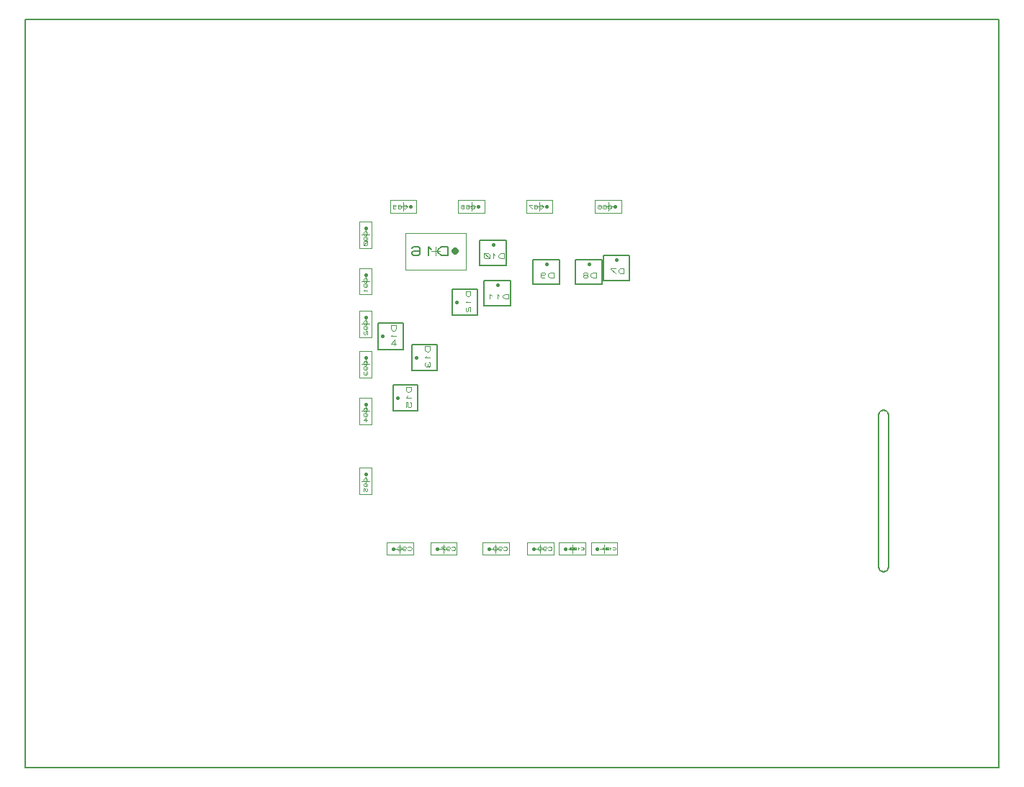
<source format=gbr>
G04 PROTEUS GERBER X2 FILE*
%TF.GenerationSoftware,Labcenter,Proteus,8.11-SP1-Build30228*%
%TF.CreationDate,2022-02-22T19:14:10+00:00*%
%TF.FileFunction,AssemblyDrawing,Bot*%
%TF.FilePolarity,Positive*%
%TF.Part,Single*%
%TF.SameCoordinates,{6c2897ae-c00c-46c9-bae6-367ef81e3b77}*%
%FSLAX45Y45*%
%MOMM*%
G01*
%TA.AperFunction,Profile*%
%ADD47C,0.203200*%
%TA.AperFunction,Material*%
%ADD51C,0.203200*%
%ADD161C,0.406400*%
%ADD162C,0.096520*%
%ADD136C,0.050000*%
%ADD163C,0.843280*%
%ADD164C,0.173330*%
%ADD137C,0.396240*%
%ADD138C,0.065780*%
%ADD165C,0.049340*%
%TD.AperFunction*%
D47*
X-4450000Y-1650000D02*
X+7000000Y-1650000D01*
X+7000000Y+7150000D01*
X-4450000Y+7150000D01*
X-4450000Y-1650000D01*
X+5641340Y+2554820D02*
X+5663332Y+2550509D01*
X+5681067Y+2538667D01*
X+5692909Y+2520932D01*
X+5697220Y+2498940D01*
X+5641340Y+2554820D02*
X+5619348Y+2550509D01*
X+5601613Y+2538667D01*
X+5589771Y+2520932D01*
X+5585460Y+2498940D01*
X+5641340Y+652360D02*
X+5619348Y+656671D01*
X+5601613Y+668513D01*
X+5589771Y+686248D01*
X+5585460Y+708240D01*
X+5641340Y+652360D02*
X+5663332Y+656671D01*
X+5681067Y+668513D01*
X+5692909Y+686248D01*
X+5697220Y+708240D01*
X+5585460Y+705700D02*
X+5585460Y+2498940D01*
X+5697220Y+2498940D02*
X+5697220Y+708240D01*
D51*
X+2020060Y+4033700D02*
X+2329940Y+4033700D01*
X+2329940Y+4325800D01*
X+2020060Y+4325800D01*
X+2020060Y+4033700D01*
D161*
X+2175000Y+4275000D02*
X+2175000Y+4275000D01*
D162*
X+2261868Y+4115234D02*
X+2261868Y+4173146D01*
X+2218434Y+4173146D01*
X+2196717Y+4153842D01*
X+2196717Y+4134538D01*
X+2218434Y+4115234D01*
X+2261868Y+4115234D01*
X+2153283Y+4144190D02*
X+2164142Y+4153842D01*
X+2164142Y+4163494D01*
X+2153283Y+4173146D01*
X+2120708Y+4173146D01*
X+2109849Y+4163494D01*
X+2109849Y+4153842D01*
X+2120708Y+4144190D01*
X+2153283Y+4144190D01*
X+2164142Y+4134538D01*
X+2164142Y+4124886D01*
X+2153283Y+4115234D01*
X+2120708Y+4115234D01*
X+2109849Y+4124886D01*
X+2109849Y+4134538D01*
X+2120708Y+4144190D01*
D51*
X+2345060Y+4083700D02*
X+2654940Y+4083700D01*
X+2654940Y+4375800D01*
X+2345060Y+4375800D01*
X+2345060Y+4083700D01*
D161*
X+2500000Y+4325000D02*
X+2500000Y+4325000D01*
D162*
X+2586868Y+4165234D02*
X+2586868Y+4223146D01*
X+2543434Y+4223146D01*
X+2521717Y+4203842D01*
X+2521717Y+4184538D01*
X+2543434Y+4165234D01*
X+2586868Y+4165234D01*
X+2489142Y+4223146D02*
X+2434849Y+4223146D01*
X+2434849Y+4213494D01*
X+2489142Y+4165234D01*
D51*
X+1520060Y+4033700D02*
X+1829940Y+4033700D01*
X+1829940Y+4325800D01*
X+1520060Y+4325800D01*
X+1520060Y+4033700D01*
D161*
X+1675000Y+4275000D02*
X+1675000Y+4275000D01*
D162*
X+1761868Y+4115234D02*
X+1761868Y+4173146D01*
X+1718434Y+4173146D01*
X+1696717Y+4153842D01*
X+1696717Y+4134538D01*
X+1718434Y+4115234D01*
X+1761868Y+4115234D01*
X+1609849Y+4153842D02*
X+1620708Y+4144190D01*
X+1653283Y+4144190D01*
X+1664142Y+4153842D01*
X+1664142Y+4163494D01*
X+1653283Y+4173146D01*
X+1620708Y+4173146D01*
X+1609849Y+4163494D01*
X+1609849Y+4124886D01*
X+1620708Y+4115234D01*
X+1653283Y+4115234D01*
D51*
X+895060Y+4258700D02*
X+1204940Y+4258700D01*
X+1204940Y+4550800D01*
X+895060Y+4550800D01*
X+895060Y+4258700D01*
D161*
X+1050000Y+4500000D02*
X+1050000Y+4500000D01*
D162*
X+1180302Y+4340234D02*
X+1180302Y+4398146D01*
X+1136868Y+4398146D01*
X+1115151Y+4378842D01*
X+1115151Y+4359538D01*
X+1136868Y+4340234D01*
X+1180302Y+4340234D01*
X+1071717Y+4378842D02*
X+1050000Y+4398146D01*
X+1050000Y+4340234D01*
X+1006566Y+4349886D02*
X+1006566Y+4388494D01*
X+995708Y+4398146D01*
X+952274Y+4398146D01*
X+941415Y+4388494D01*
X+941415Y+4349886D01*
X+952274Y+4340234D01*
X+995708Y+4340234D01*
X+1006566Y+4349886D01*
X+1006566Y+4340234D02*
X+941415Y+4398146D01*
D51*
X+945060Y+3783700D02*
X+1254940Y+3783700D01*
X+1254940Y+4075800D01*
X+945060Y+4075800D01*
X+945060Y+3783700D01*
D161*
X+1100000Y+4025000D02*
X+1100000Y+4025000D01*
D162*
X+1230302Y+3865234D02*
X+1230302Y+3923146D01*
X+1186868Y+3923146D01*
X+1165151Y+3903842D01*
X+1165151Y+3884538D01*
X+1186868Y+3865234D01*
X+1230302Y+3865234D01*
X+1121717Y+3903842D02*
X+1100000Y+3923146D01*
X+1100000Y+3865234D01*
X+1034849Y+3903842D02*
X+1013132Y+3923146D01*
X+1013132Y+3865234D01*
D51*
X+574200Y+3670060D02*
X+866300Y+3670060D01*
X+866300Y+3979940D01*
X+574200Y+3979940D01*
X+574200Y+3670060D01*
D161*
X+625000Y+3825000D02*
X+625000Y+3825000D01*
D162*
X+784766Y+3955302D02*
X+726854Y+3955302D01*
X+726854Y+3911868D01*
X+746158Y+3890151D01*
X+765462Y+3890151D01*
X+784766Y+3911868D01*
X+784766Y+3955302D01*
X+746158Y+3846717D02*
X+726854Y+3825000D01*
X+784766Y+3825000D01*
X+736506Y+3770708D02*
X+726854Y+3759849D01*
X+726854Y+3727274D01*
X+736506Y+3716415D01*
X+746158Y+3716415D01*
X+755810Y+3727274D01*
X+755810Y+3759849D01*
X+765462Y+3770708D01*
X+784766Y+3770708D01*
X+784766Y+3716415D01*
D51*
X+99200Y+3020060D02*
X+391300Y+3020060D01*
X+391300Y+3329940D01*
X+99200Y+3329940D01*
X+99200Y+3020060D01*
D161*
X+150000Y+3175000D02*
X+150000Y+3175000D01*
D162*
X+309766Y+3305302D02*
X+251854Y+3305302D01*
X+251854Y+3261868D01*
X+271158Y+3240151D01*
X+290462Y+3240151D01*
X+309766Y+3261868D01*
X+309766Y+3305302D01*
X+271158Y+3196717D02*
X+251854Y+3175000D01*
X+309766Y+3175000D01*
X+261506Y+3120708D02*
X+251854Y+3109849D01*
X+251854Y+3077274D01*
X+261506Y+3066415D01*
X+271158Y+3066415D01*
X+280810Y+3077274D01*
X+290462Y+3066415D01*
X+300114Y+3066415D01*
X+309766Y+3077274D01*
X+309766Y+3109849D01*
X+300114Y+3120708D01*
X+280810Y+3098991D02*
X+280810Y+3077274D01*
D51*
X-300800Y+3270060D02*
X-8700Y+3270060D01*
X-8700Y+3579940D01*
X-300800Y+3579940D01*
X-300800Y+3270060D01*
D161*
X-250000Y+3425000D02*
X-250000Y+3425000D01*
D162*
X-90234Y+3555302D02*
X-148146Y+3555302D01*
X-148146Y+3511868D01*
X-128842Y+3490151D01*
X-109538Y+3490151D01*
X-90234Y+3511868D01*
X-90234Y+3555302D01*
X-128842Y+3446717D02*
X-148146Y+3425000D01*
X-90234Y+3425000D01*
X-109538Y+3316415D02*
X-109538Y+3381566D01*
X-148146Y+3338132D01*
X-90234Y+3338132D01*
D51*
X-125800Y+2545060D02*
X+166300Y+2545060D01*
X+166300Y+2854940D01*
X-125800Y+2854940D01*
X-125800Y+2545060D01*
D161*
X-75000Y+2700000D02*
X-75000Y+2700000D01*
D162*
X+84766Y+2830302D02*
X+26854Y+2830302D01*
X+26854Y+2786868D01*
X+46158Y+2765151D01*
X+65462Y+2765151D01*
X+84766Y+2786868D01*
X+84766Y+2830302D01*
X+46158Y+2721717D02*
X+26854Y+2700000D01*
X+84766Y+2700000D01*
X+26854Y+2591415D02*
X+26854Y+2645708D01*
X+46158Y+2645708D01*
X+46158Y+2602274D01*
X+55810Y+2591415D01*
X+75114Y+2591415D01*
X+84766Y+2602274D01*
X+84766Y+2634849D01*
X+75114Y+2645708D01*
D136*
X+730000Y+4210000D02*
X+20000Y+4210000D01*
X+20000Y+4640000D01*
X+730000Y+4640000D01*
X+730000Y+4210000D01*
X+375000Y+4475000D02*
X+375000Y+4375000D01*
X+325000Y+4425000D02*
X+425000Y+4425000D01*
D163*
X+600000Y+4425000D02*
X+600000Y+4425000D01*
D164*
X+521674Y+4372998D02*
X+521674Y+4477001D01*
X+443672Y+4477001D01*
X+404671Y+4442333D01*
X+404671Y+4407666D01*
X+443672Y+4372998D01*
X+521674Y+4372998D01*
X+326669Y+4442333D02*
X+287668Y+4477001D01*
X+287668Y+4372998D01*
X+92663Y+4459667D02*
X+112164Y+4477001D01*
X+170665Y+4477001D01*
X+190166Y+4459667D01*
X+190166Y+4390332D01*
X+170665Y+4372998D01*
X+112164Y+4372998D01*
X+92663Y+4390332D01*
X+92663Y+4407666D01*
X+112164Y+4425000D01*
X+190166Y+4425000D01*
D136*
X+2560000Y+4875000D02*
X+2250000Y+4875000D01*
X+2250000Y+5025000D01*
X+2560000Y+5025000D01*
X+2560000Y+4875000D01*
X+2405000Y+5000000D02*
X+2405000Y+4900000D01*
X+2355000Y+4950000D02*
X+2455000Y+4950000D01*
D137*
X+2485000Y+4950000D02*
X+2485000Y+4950000D01*
D138*
X+2400752Y+4936842D02*
X+2408153Y+4930263D01*
X+2430357Y+4930263D01*
X+2445159Y+4943421D01*
X+2445159Y+4956579D01*
X+2430357Y+4969737D01*
X+2408153Y+4969737D01*
X+2400752Y+4963158D01*
X+2371147Y+4950000D02*
X+2378548Y+4956579D01*
X+2378548Y+4963158D01*
X+2371147Y+4969737D01*
X+2348943Y+4969737D01*
X+2341542Y+4963158D01*
X+2341542Y+4956579D01*
X+2348943Y+4950000D01*
X+2371147Y+4950000D01*
X+2378548Y+4943421D01*
X+2378548Y+4936842D01*
X+2371147Y+4930263D01*
X+2348943Y+4930263D01*
X+2341542Y+4936842D01*
X+2341542Y+4943421D01*
X+2348943Y+4950000D01*
X+2282332Y+4963158D02*
X+2289733Y+4969737D01*
X+2311937Y+4969737D01*
X+2319338Y+4963158D01*
X+2319338Y+4936842D01*
X+2311937Y+4930263D01*
X+2289733Y+4930263D01*
X+2282332Y+4936842D01*
X+2282332Y+4943421D01*
X+2289733Y+4950000D01*
X+2319338Y+4950000D01*
D136*
X+1750000Y+4875000D02*
X+1440000Y+4875000D01*
X+1440000Y+5025000D01*
X+1750000Y+5025000D01*
X+1750000Y+4875000D01*
X+1595000Y+5000000D02*
X+1595000Y+4900000D01*
X+1545000Y+4950000D02*
X+1645000Y+4950000D01*
D137*
X+1675000Y+4950000D02*
X+1675000Y+4950000D01*
D138*
X+1590752Y+4936842D02*
X+1598153Y+4930263D01*
X+1620357Y+4930263D01*
X+1635159Y+4943421D01*
X+1635159Y+4956579D01*
X+1620357Y+4969737D01*
X+1598153Y+4969737D01*
X+1590752Y+4963158D01*
X+1561147Y+4950000D02*
X+1568548Y+4956579D01*
X+1568548Y+4963158D01*
X+1561147Y+4969737D01*
X+1538943Y+4969737D01*
X+1531542Y+4963158D01*
X+1531542Y+4956579D01*
X+1538943Y+4950000D01*
X+1561147Y+4950000D01*
X+1568548Y+4943421D01*
X+1568548Y+4936842D01*
X+1561147Y+4930263D01*
X+1538943Y+4930263D01*
X+1531542Y+4936842D01*
X+1531542Y+4943421D01*
X+1538943Y+4950000D01*
X+1509338Y+4969737D02*
X+1472332Y+4969737D01*
X+1472332Y+4963158D01*
X+1509338Y+4930263D01*
D136*
X+950000Y+4875000D02*
X+640000Y+4875000D01*
X+640000Y+5025000D01*
X+950000Y+5025000D01*
X+950000Y+4875000D01*
X+795000Y+5000000D02*
X+795000Y+4900000D01*
X+745000Y+4950000D02*
X+845000Y+4950000D01*
D137*
X+875000Y+4950000D02*
X+875000Y+4950000D01*
D138*
X+790752Y+4936842D02*
X+798153Y+4930263D01*
X+820357Y+4930263D01*
X+835159Y+4943421D01*
X+835159Y+4956579D01*
X+820357Y+4969737D01*
X+798153Y+4969737D01*
X+790752Y+4963158D01*
X+761147Y+4950000D02*
X+768548Y+4956579D01*
X+768548Y+4963158D01*
X+761147Y+4969737D01*
X+738943Y+4969737D01*
X+731542Y+4963158D01*
X+731542Y+4956579D01*
X+738943Y+4950000D01*
X+761147Y+4950000D01*
X+768548Y+4943421D01*
X+768548Y+4936842D01*
X+761147Y+4930263D01*
X+738943Y+4930263D01*
X+731542Y+4936842D01*
X+731542Y+4943421D01*
X+738943Y+4950000D01*
X+701937Y+4950000D02*
X+709338Y+4956579D01*
X+709338Y+4963158D01*
X+701937Y+4969737D01*
X+679733Y+4969737D01*
X+672332Y+4963158D01*
X+672332Y+4956579D01*
X+679733Y+4950000D01*
X+701937Y+4950000D01*
X+709338Y+4943421D01*
X+709338Y+4936842D01*
X+701937Y+4930263D01*
X+679733Y+4930263D01*
X+672332Y+4936842D01*
X+672332Y+4943421D01*
X+679733Y+4950000D01*
D136*
X+150000Y+4875000D02*
X-160000Y+4875000D01*
X-160000Y+5025000D01*
X+150000Y+5025000D01*
X+150000Y+4875000D01*
X-5000Y+5000000D02*
X-5000Y+4900000D01*
X-55000Y+4950000D02*
X+45000Y+4950000D01*
D137*
X+75000Y+4950000D02*
X+75000Y+4950000D01*
D138*
X-9248Y+4936842D02*
X-1847Y+4930263D01*
X+20357Y+4930263D01*
X+35159Y+4943421D01*
X+35159Y+4956579D01*
X+20357Y+4969737D01*
X-1847Y+4969737D01*
X-9248Y+4963158D01*
X-38853Y+4950000D02*
X-31452Y+4956579D01*
X-31452Y+4963158D01*
X-38853Y+4969737D01*
X-61057Y+4969737D01*
X-68458Y+4963158D01*
X-68458Y+4956579D01*
X-61057Y+4950000D01*
X-38853Y+4950000D01*
X-31452Y+4943421D01*
X-31452Y+4936842D01*
X-38853Y+4930263D01*
X-61057Y+4930263D01*
X-68458Y+4936842D01*
X-68458Y+4943421D01*
X-61057Y+4950000D01*
X-127668Y+4956579D02*
X-120267Y+4950000D01*
X-98063Y+4950000D01*
X-90662Y+4956579D01*
X-90662Y+4963158D01*
X-98063Y+4969737D01*
X-120267Y+4969737D01*
X-127668Y+4963158D01*
X-127668Y+4936842D01*
X-120267Y+4930263D01*
X-98063Y+4930263D01*
D136*
X-375000Y+4775000D02*
X-375000Y+4465000D01*
X-525000Y+4465000D01*
X-525000Y+4775000D01*
X-375000Y+4775000D01*
X-500000Y+4620000D02*
X-400000Y+4620000D01*
X-450000Y+4570000D02*
X-450000Y+4670000D01*
D137*
X-450000Y+4700000D02*
X-450000Y+4700000D01*
D138*
X-436842Y+4615752D02*
X-430263Y+4623153D01*
X-430263Y+4645357D01*
X-443421Y+4660159D01*
X-456579Y+4660159D01*
X-469737Y+4645357D01*
X-469737Y+4623153D01*
X-463158Y+4615752D01*
X-456579Y+4556542D02*
X-450000Y+4563943D01*
X-450000Y+4586147D01*
X-456579Y+4593548D01*
X-463158Y+4593548D01*
X-469737Y+4586147D01*
X-469737Y+4563943D01*
X-463158Y+4556542D01*
X-436842Y+4556542D01*
X-430263Y+4563943D01*
X-430263Y+4586147D01*
X-436842Y+4541739D02*
X-463158Y+4541739D01*
X-469737Y+4534338D01*
X-469737Y+4504733D01*
X-463158Y+4497332D01*
X-436842Y+4497332D01*
X-430263Y+4504733D01*
X-430263Y+4534338D01*
X-436842Y+4541739D01*
X-430263Y+4541739D02*
X-469737Y+4497332D01*
D136*
X-375000Y+4225000D02*
X-375000Y+3915000D01*
X-525000Y+3915000D01*
X-525000Y+4225000D01*
X-375000Y+4225000D01*
X-500000Y+4070000D02*
X-400000Y+4070000D01*
X-450000Y+4020000D02*
X-450000Y+4120000D01*
D137*
X-450000Y+4150000D02*
X-450000Y+4150000D01*
D138*
X-436842Y+4065752D02*
X-430263Y+4073153D01*
X-430263Y+4095357D01*
X-443421Y+4110159D01*
X-456579Y+4110159D01*
X-469737Y+4095357D01*
X-469737Y+4073153D01*
X-463158Y+4065752D01*
X-456579Y+4006542D02*
X-450000Y+4013943D01*
X-450000Y+4036147D01*
X-456579Y+4043548D01*
X-463158Y+4043548D01*
X-469737Y+4036147D01*
X-469737Y+4013943D01*
X-463158Y+4006542D01*
X-436842Y+4006542D01*
X-430263Y+4013943D01*
X-430263Y+4036147D01*
X-456579Y+3976937D02*
X-469737Y+3962134D01*
X-430263Y+3962134D01*
D136*
X-375000Y+3725000D02*
X-375000Y+3415000D01*
X-525000Y+3415000D01*
X-525000Y+3725000D01*
X-375000Y+3725000D01*
X-500000Y+3570000D02*
X-400000Y+3570000D01*
X-450000Y+3520000D02*
X-450000Y+3620000D01*
D137*
X-450000Y+3650000D02*
X-450000Y+3650000D01*
D138*
X-436842Y+3565752D02*
X-430263Y+3573153D01*
X-430263Y+3595357D01*
X-443421Y+3610159D01*
X-456579Y+3610159D01*
X-469737Y+3595357D01*
X-469737Y+3573153D01*
X-463158Y+3565752D01*
X-456579Y+3506542D02*
X-450000Y+3513943D01*
X-450000Y+3536147D01*
X-456579Y+3543548D01*
X-463158Y+3543548D01*
X-469737Y+3536147D01*
X-469737Y+3513943D01*
X-463158Y+3506542D01*
X-436842Y+3506542D01*
X-430263Y+3513943D01*
X-430263Y+3536147D01*
X-463158Y+3484338D02*
X-469737Y+3476937D01*
X-469737Y+3454733D01*
X-463158Y+3447332D01*
X-456579Y+3447332D01*
X-450000Y+3454733D01*
X-450000Y+3476937D01*
X-443421Y+3484338D01*
X-430263Y+3484338D01*
X-430263Y+3447332D01*
D136*
X-375000Y+3250000D02*
X-375000Y+2940000D01*
X-525000Y+2940000D01*
X-525000Y+3250000D01*
X-375000Y+3250000D01*
X-500000Y+3095000D02*
X-400000Y+3095000D01*
X-450000Y+3045000D02*
X-450000Y+3145000D01*
D137*
X-450000Y+3175000D02*
X-450000Y+3175000D01*
D138*
X-436842Y+3090752D02*
X-430263Y+3098153D01*
X-430263Y+3120357D01*
X-443421Y+3135159D01*
X-456579Y+3135159D01*
X-469737Y+3120357D01*
X-469737Y+3098153D01*
X-463158Y+3090752D01*
X-456579Y+3031542D02*
X-450000Y+3038943D01*
X-450000Y+3061147D01*
X-456579Y+3068548D01*
X-463158Y+3068548D01*
X-469737Y+3061147D01*
X-469737Y+3038943D01*
X-463158Y+3031542D01*
X-436842Y+3031542D01*
X-430263Y+3038943D01*
X-430263Y+3061147D01*
X-463158Y+3009338D02*
X-469737Y+3001937D01*
X-469737Y+2979733D01*
X-463158Y+2972332D01*
X-456579Y+2972332D01*
X-450000Y+2979733D01*
X-443421Y+2972332D01*
X-436842Y+2972332D01*
X-430263Y+2979733D01*
X-430263Y+3001937D01*
X-436842Y+3009338D01*
X-450000Y+2994536D02*
X-450000Y+2979733D01*
D136*
X-375000Y+2700000D02*
X-375000Y+2390000D01*
X-525000Y+2390000D01*
X-525000Y+2700000D01*
X-375000Y+2700000D01*
X-500000Y+2545000D02*
X-400000Y+2545000D01*
X-450000Y+2495000D02*
X-450000Y+2595000D01*
D137*
X-450000Y+2625000D02*
X-450000Y+2625000D01*
D138*
X-436842Y+2540752D02*
X-430263Y+2548153D01*
X-430263Y+2570357D01*
X-443421Y+2585159D01*
X-456579Y+2585159D01*
X-469737Y+2570357D01*
X-469737Y+2548153D01*
X-463158Y+2540752D01*
X-456579Y+2481542D02*
X-450000Y+2488943D01*
X-450000Y+2511147D01*
X-456579Y+2518548D01*
X-463158Y+2518548D01*
X-469737Y+2511147D01*
X-469737Y+2488943D01*
X-463158Y+2481542D01*
X-436842Y+2481542D01*
X-430263Y+2488943D01*
X-430263Y+2511147D01*
X-443421Y+2422332D02*
X-443421Y+2466739D01*
X-469737Y+2437134D01*
X-430263Y+2437134D01*
D136*
X-375000Y+1875000D02*
X-375000Y+1565000D01*
X-525000Y+1565000D01*
X-525000Y+1875000D01*
X-375000Y+1875000D01*
X-500000Y+1720000D02*
X-400000Y+1720000D01*
X-450000Y+1670000D02*
X-450000Y+1770000D01*
D137*
X-450000Y+1800000D02*
X-450000Y+1800000D01*
D138*
X-436842Y+1715752D02*
X-430263Y+1723153D01*
X-430263Y+1745357D01*
X-443421Y+1760159D01*
X-456579Y+1760159D01*
X-469737Y+1745357D01*
X-469737Y+1723153D01*
X-463158Y+1715752D01*
X-456579Y+1656542D02*
X-450000Y+1663943D01*
X-450000Y+1686147D01*
X-456579Y+1693548D01*
X-463158Y+1693548D01*
X-469737Y+1686147D01*
X-469737Y+1663943D01*
X-463158Y+1656542D01*
X-436842Y+1656542D01*
X-430263Y+1663943D01*
X-430263Y+1686147D01*
X-469737Y+1597332D02*
X-469737Y+1634338D01*
X-456579Y+1634338D01*
X-456579Y+1604733D01*
X-450000Y+1597332D01*
X-436842Y+1597332D01*
X-430263Y+1604733D01*
X-430263Y+1626937D01*
X-436842Y+1634338D01*
D136*
X-200000Y+1000000D02*
X+110000Y+1000000D01*
X+110000Y+850000D01*
X-200000Y+850000D01*
X-200000Y+1000000D01*
X-45000Y+875000D02*
X-45000Y+975000D01*
X+5000Y+925000D02*
X-95000Y+925000D01*
D137*
X-125000Y+925000D02*
X-125000Y+925000D01*
D138*
X+48064Y+911842D02*
X+55465Y+905263D01*
X+77669Y+905263D01*
X+92471Y+918421D01*
X+92471Y+931579D01*
X+77669Y+944737D01*
X+55465Y+944737D01*
X+48064Y+938158D01*
X-11146Y+931579D02*
X-3745Y+925000D01*
X+18459Y+925000D01*
X+25860Y+931579D01*
X+25860Y+938158D01*
X+18459Y+944737D01*
X-3745Y+944737D01*
X-11146Y+938158D01*
X-11146Y+911842D01*
X-3745Y+905263D01*
X+18459Y+905263D01*
X-70356Y+938158D02*
X-62955Y+944737D01*
X-40751Y+944737D01*
X-33350Y+938158D01*
X-33350Y+911842D01*
X-40751Y+905263D01*
X-62955Y+905263D01*
X-70356Y+911842D01*
X-70356Y+918421D01*
X-62955Y+925000D01*
X-33350Y+925000D01*
D136*
X+315000Y+1000000D02*
X+625000Y+1000000D01*
X+625000Y+850000D01*
X+315000Y+850000D01*
X+315000Y+1000000D01*
X+470000Y+875000D02*
X+470000Y+975000D01*
X+520000Y+925000D02*
X+420000Y+925000D01*
D137*
X+390000Y+925000D02*
X+390000Y+925000D01*
D138*
X+563064Y+911842D02*
X+570465Y+905263D01*
X+592669Y+905263D01*
X+607471Y+918421D01*
X+607471Y+931579D01*
X+592669Y+944737D01*
X+570465Y+944737D01*
X+563064Y+938158D01*
X+503854Y+931579D02*
X+511255Y+925000D01*
X+533459Y+925000D01*
X+540860Y+931579D01*
X+540860Y+938158D01*
X+533459Y+944737D01*
X+511255Y+944737D01*
X+503854Y+938158D01*
X+503854Y+911842D01*
X+511255Y+905263D01*
X+533459Y+905263D01*
X+481650Y+944737D02*
X+444644Y+944737D01*
X+444644Y+938158D01*
X+481650Y+905263D01*
D136*
X+925000Y+1000000D02*
X+1235000Y+1000000D01*
X+1235000Y+850000D01*
X+925000Y+850000D01*
X+925000Y+1000000D01*
X+1080000Y+875000D02*
X+1080000Y+975000D01*
X+1130000Y+925000D02*
X+1030000Y+925000D01*
D137*
X+1000000Y+925000D02*
X+1000000Y+925000D01*
D138*
X+1173064Y+911842D02*
X+1180465Y+905263D01*
X+1202669Y+905263D01*
X+1217471Y+918421D01*
X+1217471Y+931579D01*
X+1202669Y+944737D01*
X+1180465Y+944737D01*
X+1173064Y+938158D01*
X+1113854Y+931579D02*
X+1121255Y+925000D01*
X+1143459Y+925000D01*
X+1150860Y+931579D01*
X+1150860Y+938158D01*
X+1143459Y+944737D01*
X+1121255Y+944737D01*
X+1113854Y+938158D01*
X+1113854Y+911842D01*
X+1121255Y+905263D01*
X+1143459Y+905263D01*
X+1084249Y+925000D02*
X+1091650Y+931579D01*
X+1091650Y+938158D01*
X+1084249Y+944737D01*
X+1062045Y+944737D01*
X+1054644Y+938158D01*
X+1054644Y+931579D01*
X+1062045Y+925000D01*
X+1084249Y+925000D01*
X+1091650Y+918421D01*
X+1091650Y+911842D01*
X+1084249Y+905263D01*
X+1062045Y+905263D01*
X+1054644Y+911842D01*
X+1054644Y+918421D01*
X+1062045Y+925000D01*
D136*
X+1450000Y+1000000D02*
X+1760000Y+1000000D01*
X+1760000Y+850000D01*
X+1450000Y+850000D01*
X+1450000Y+1000000D01*
X+1605000Y+875000D02*
X+1605000Y+975000D01*
X+1655000Y+925000D02*
X+1555000Y+925000D01*
D137*
X+1525000Y+925000D02*
X+1525000Y+925000D01*
D138*
X+1698064Y+911842D02*
X+1705465Y+905263D01*
X+1727669Y+905263D01*
X+1742471Y+918421D01*
X+1742471Y+931579D01*
X+1727669Y+944737D01*
X+1705465Y+944737D01*
X+1698064Y+938158D01*
X+1638854Y+931579D02*
X+1646255Y+925000D01*
X+1668459Y+925000D01*
X+1675860Y+931579D01*
X+1675860Y+938158D01*
X+1668459Y+944737D01*
X+1646255Y+944737D01*
X+1638854Y+938158D01*
X+1638854Y+911842D01*
X+1646255Y+905263D01*
X+1668459Y+905263D01*
X+1579644Y+931579D02*
X+1587045Y+925000D01*
X+1609249Y+925000D01*
X+1616650Y+931579D01*
X+1616650Y+938158D01*
X+1609249Y+944737D01*
X+1587045Y+944737D01*
X+1579644Y+938158D01*
X+1579644Y+911842D01*
X+1587045Y+905263D01*
X+1609249Y+905263D01*
D136*
X+1825000Y+1000000D02*
X+2135000Y+1000000D01*
X+2135000Y+850000D01*
X+1825000Y+850000D01*
X+1825000Y+1000000D01*
X+1980000Y+875000D02*
X+1980000Y+975000D01*
X+2030000Y+925000D02*
X+1930000Y+925000D01*
D137*
X+1900000Y+925000D02*
X+1900000Y+925000D01*
D165*
X+2084165Y+915131D02*
X+2089716Y+910197D01*
X+2106369Y+910197D01*
X+2117470Y+920065D01*
X+2117470Y+929934D01*
X+2106369Y+939802D01*
X+2089716Y+939802D01*
X+2084165Y+934868D01*
X+2061962Y+929934D02*
X+2050860Y+939802D01*
X+2050860Y+910197D01*
X+2028656Y+915131D02*
X+2028656Y+934868D01*
X+2023106Y+939802D01*
X+2000902Y+939802D01*
X+1995351Y+934868D01*
X+1995351Y+915131D01*
X+2000902Y+910197D01*
X+2023106Y+910197D01*
X+2028656Y+915131D01*
X+2028656Y+910197D02*
X+1995351Y+939802D01*
X+1984249Y+915131D02*
X+1984249Y+934868D01*
X+1978699Y+939802D01*
X+1956495Y+939802D01*
X+1950944Y+934868D01*
X+1950944Y+915131D01*
X+1956495Y+910197D01*
X+1978699Y+910197D01*
X+1984249Y+915131D01*
X+1984249Y+910197D02*
X+1950944Y+939802D01*
D136*
X+2200000Y+1000000D02*
X+2510000Y+1000000D01*
X+2510000Y+850000D01*
X+2200000Y+850000D01*
X+2200000Y+1000000D01*
X+2355000Y+875000D02*
X+2355000Y+975000D01*
X+2405000Y+925000D02*
X+2305000Y+925000D01*
D137*
X+2275000Y+925000D02*
X+2275000Y+925000D01*
D165*
X+2459165Y+915131D02*
X+2464716Y+910197D01*
X+2481369Y+910197D01*
X+2492470Y+920065D01*
X+2492470Y+929934D01*
X+2481369Y+939802D01*
X+2464716Y+939802D01*
X+2459165Y+934868D01*
X+2436962Y+929934D02*
X+2425860Y+939802D01*
X+2425860Y+910197D01*
X+2403656Y+915131D02*
X+2403656Y+934868D01*
X+2398106Y+939802D01*
X+2375902Y+939802D01*
X+2370351Y+934868D01*
X+2370351Y+915131D01*
X+2375902Y+910197D01*
X+2398106Y+910197D01*
X+2403656Y+915131D01*
X+2403656Y+910197D02*
X+2370351Y+939802D01*
X+2348148Y+929934D02*
X+2337046Y+939802D01*
X+2337046Y+910197D01*
M02*

</source>
